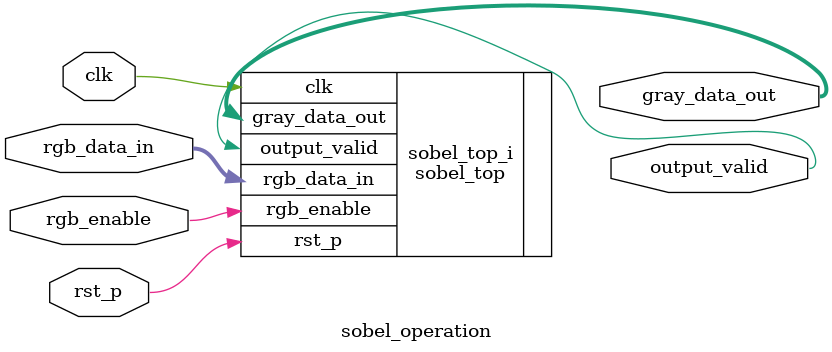
<source format=v>
`timescale 1 ps / 1 ps

module sobel_operation
   (clk,
    gray_data_out,
    output_valid,
    rgb_data_in,
    rgb_enable,
    rst_p);
  input clk;
  output [7:0]gray_data_out;
  output output_valid;
  input [23:0]rgb_data_in;
  input rgb_enable;
  input rst_p;

  wire clk;
  wire [7:0]gray_data_out;
  wire output_valid;
  wire [23:0]rgb_data_in;
  wire rgb_enable;
  wire rst_p;

  sobel_top sobel_top_i
       (.clk(clk),
        .gray_data_out(gray_data_out),
        .output_valid(output_valid),
        .rgb_data_in(rgb_data_in),
        .rgb_enable(rgb_enable),
        .rst_p(rst_p));
endmodule

</source>
